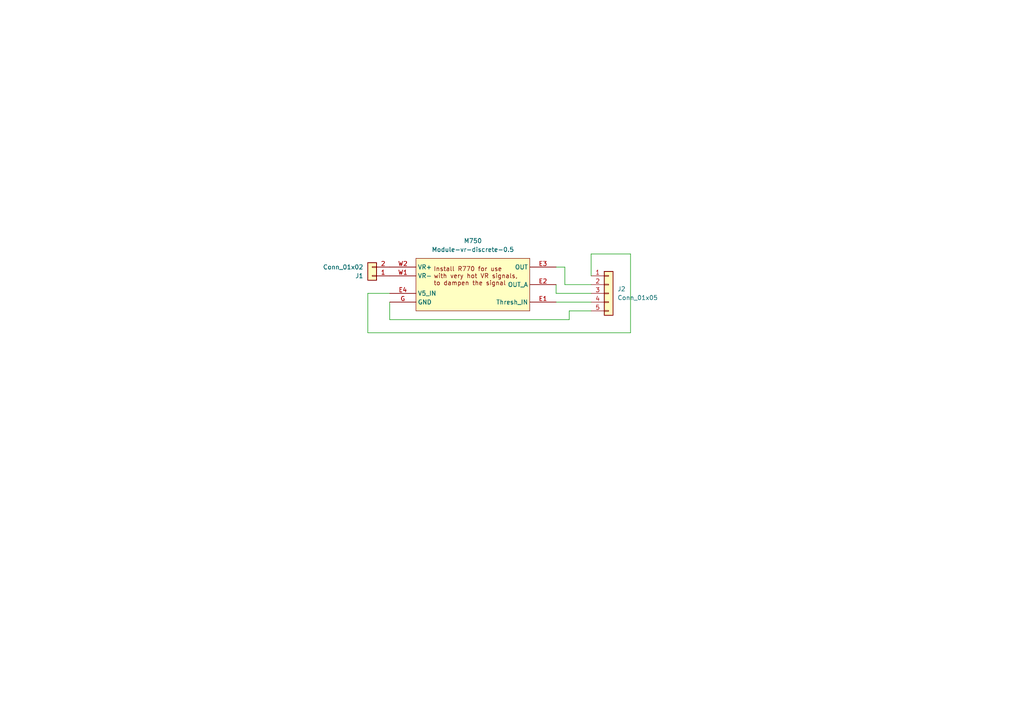
<source format=kicad_sch>
(kicad_sch (version 20231120) (generator "eeschema") (generator_version "8.0")
  (paper "A4")
  (lib_symbols
    (symbol "Connector_Generic:Conn_01x02" (pin_names (offset 1.016) hide)
      (property "Reference" "J" (at 0 2.54 0))
      (property "Value" "Conn_01x02" (at 0 -5.08 0))
      (symbol "Conn_01x02_1_1"
        (rectangle (start -1.27 -2.413) (end 0 -2.667) (stroke (width 0.1524)))
        (rectangle (start -1.27 0.127) (end 0 -0.127) (stroke (width 0.1524)))
        (rectangle (start -1.27 1.27) (end 1.27 -3.81) (stroke (width 0.254)) (fill (type background)))
        (pin passive line (at -5.08 0 0) (length 3.81) (name "Pin_1") (number "1"))
        (pin passive line (at -5.08 -2.54 0) (length 3.81) (name "Pin_2") (number "2"))
      )
    )
    (symbol "Connector_Generic:Conn_01x05" (pin_names (offset 1.016) hide)
      (property "Reference" "J" (at 0 7.62 0))
      (property "Value" "Conn_01x05" (at 0 -7.62 0))
      (symbol "Conn_01x05_1_1"
        (rectangle (start -1.27 -4.953) (end 0 -5.207) (stroke (width 0.1524)))
        (rectangle (start -1.27 -2.413) (end 0 -2.667) (stroke (width 0.1524)))
        (rectangle (start -1.27 0.127) (end 0 -0.127) (stroke (width 0.1524)))
        (rectangle (start -1.27 2.667) (end 0 2.413) (stroke (width 0.1524)))
        (rectangle (start -1.27 5.207) (end 0 4.953) (stroke (width 0.1524)))
        (rectangle (start -1.27 6.35) (end 1.27 -6.35) (stroke (width 0.254)) (fill (type background)))
        (pin passive line (at -5.08 5.08 0) (length 3.81) (name "Pin_1") (number "1"))
        (pin passive line (at -5.08 2.54 0) (length 3.81) (name "Pin_2") (number "2"))
        (pin passive line (at -5.08 0 0) (length 3.81) (name "Pin_3") (number "3"))
        (pin passive line (at -5.08 -2.54 0) (length 3.81) (name "Pin_4") (number "4"))
        (pin passive line (at -5.08 -5.08 0) (length 3.81) (name "Pin_5") (number "5"))
      )
    )
    (symbol "vr-discrete:Module-vr-discrete-0.5"
      (property "Reference" "M" (at 1.27 1.27 0))
      (property "Value" "Module-vr-discrete-0.5" (at 16.51 -16.51 0))
      (symbol "Module-vr-discrete-0.5_1_0"
        (rectangle (start 0 0) (end 33.02 -15.24) (fill (type background)))
        (text "Install R770 for use\nwith very hot VR signals, \nto dampen the signal" (at 5.08 -5.08 0) (effects (font (size 1.27 1.27)) (justify left)))
        (pin passive line (at 40.64 -12.7 180) (length 7.62) (name "Thresh_IN") (number "E1"))
        (pin passive line (at 40.64 -7.62 180) (length 7.62) (name "OUT_A") (number "E2"))
        (pin passive line (at 40.64 -2.54 180) (length 7.62) (name "OUT") (number "E3"))
        (pin passive line (at -7.62 -10.16 0) (length 7.62) (name "V5_IN") (number "E4"))
        (pin passive line (at -7.62 -12.7 0) (length 7.62) (name "GND") (number "G"))
        (pin passive line (at -7.62 -5.08 0) (length 7.62) (name "VR-") (number "W1"))
        (pin passive line (at -7.62 -2.54 0) (length 7.62) (name "VR+") (number "W2"))
      )
    )
  )
  (wire (pts (xy 171.45 85.09) (xy 161.29 85.09)))
  (wire (pts (xy 165.1 92.71) (xy 113.03 92.71)))
  (wire (pts (xy 171.45 80.01) (xy 171.45 73.66)))
  (wire (pts (xy 161.29 85.09) (xy 161.29 82.55)))
  (wire (pts (xy 161.29 87.63) (xy 171.45 87.63)))
  (wire (pts (xy 171.45 73.66) (xy 182.88 73.66)))
  (wire (pts (xy 106.68 85.09) (xy 113.03 85.09)))
  (wire (pts (xy 163.83 82.55) (xy 163.83 77.47)))
  (wire (pts (xy 171.45 90.17) (xy 165.1 90.17)))
  (wire (pts (xy 182.88 73.66) (xy 182.88 96.52)))
  (wire (pts (xy 106.68 96.52) (xy 106.68 85.09)))
  (wire (pts (xy 165.1 90.17) (xy 165.1 92.71)))
  (wire (pts (xy 113.03 92.71) (xy 113.03 87.63)))
  (wire (pts (xy 163.83 77.47) (xy 161.29 77.47)))
  (wire (pts (xy 171.45 82.55) (xy 163.83 82.55)))
  (wire (pts (xy 182.88 96.52) (xy 106.68 96.52)))
  (symbol (lib_id "Connector_Generic:Conn_01x02") (at 107.95 80.01 180) (unit 1)
    (property "Reference" "J1" (at 105.41 80.0101 0) (effects (justify left)))
    (property "Value" "Conn_01x02" (at 105.41 77.4701 0) (effects (justify left)))
    (property "Footprint" "ConnectorPinHeader:PinHeader_1x02_P2.54mm_Vertical" (effects (hide yes)))
    (property "Description" "Generic connector, single row, 01x02, script generated (kicad-library-utils/schlib/autogen/connector/)" (effects (hide yes)))
  )
  (symbol (lib_id "Connector_Generic:Conn_01x05") (at 176.53 85.09 0) (unit 1)
    (property "Reference" "J2" (at 179.07 83.8199 0) (effects (justify left)))
    (property "Value" "Conn_01x05" (at 179.07 86.3599 0) (effects (justify left)))
    (property "Footprint" "ConnectorPinHeader:PinHeader_1x05_P2.54mm_Vertical" (effects (hide yes)))
    (property "Description" "Generic connector, single row, 01x05, script generated (kicad-library-utils/schlib/autogen/connector/)" (effects (hide yes)))
  )
  (symbol (lib_id "vr-discrete:Module-vr-discrete-0.5") (at 120.65 74.93 0) (unit 1)
    (property "Reference" "M750" (at 137.16 69.85 0))
    (property "Value" "Module-vr-discrete-0.5" (at 137.16 72.39 0))
    (property "Footprint" "vr-discrete:vr-discrete" (effects (hide yes)))
  )
)
</source>
